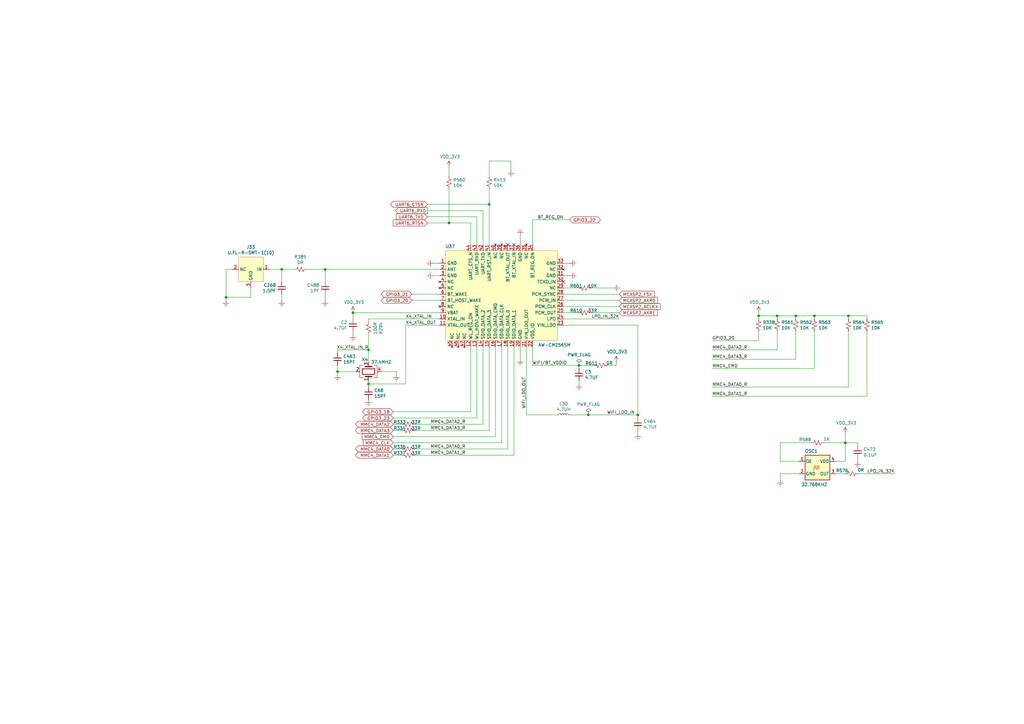
<source format=kicad_sch>
(kicad_sch (version 20210126) (generator eeschema)
  (paper "A3")
  (title_block (title "BeagleBone AI AM57x") (date "2021-01-15") (rev "Kicad-A1") (company "KiCad Services Corporation"))
  (lib_symbols
    (symbol "Device:C_Small" (pin_numbers hide) (pin_names (offset 0.254) hide)
      (property "Reference" "C" (at 0.254 1.778 0))
      (property "Value" "C_Small" (at 0.254 -2.032 0))
      (symbol "C_Small_0_1"
        (polyline (pts (xy -1.524 -0.508) (xy 1.524 -0.508)) (stroke (width 0.3302)))
        (polyline (pts (xy -1.524 0.508) (xy 1.524 0.508)) (stroke (width 0.3048)))
      )
      (symbol "C_Small_1_1"
        (pin passive line (at 0 2.54 270) (length 2.032) (name "~") (number "1"))
        (pin passive line (at 0 -2.54 90) (length 2.032) (name "~") (number "2"))
      )
    )
    (symbol "Device:Crystal_GND24" (pin_names (offset 1.016) hide)
      (property "Reference" "Y" (at 3.175 5.08 0))
      (property "Value" "Crystal_GND24" (at 3.175 3.175 0))
      (symbol "Crystal_GND24_0_1"
        (rectangle (start -1.143 2.54) (end 1.143 -2.54) (stroke (width 0.3048)))
        (polyline (pts (xy -2.54 0) (xy -2.032 0)))
        (polyline (pts (xy -2.032 -1.27) (xy -2.032 1.27)) (stroke (width 0.508)))
        (polyline (pts (xy 0 -3.81) (xy 0 -3.556)))
        (polyline (pts (xy 0 3.556) (xy 0 3.81)))
        (polyline (pts (xy 2.032 -1.27) (xy 2.032 1.27)) (stroke (width 0.508)))
        (polyline (pts (xy 2.032 0) (xy 2.54 0)))
        (polyline (pts (xy -2.54 -2.286) (xy -2.54 -3.556) (xy 2.54 -3.556) (xy 2.54 -2.286)))
        (polyline (pts (xy -2.54 2.286) (xy -2.54 3.556) (xy 2.54 3.556) (xy 2.54 2.286)))
      )
      (symbol "Crystal_GND24_1_1"
        (pin passive line (at -3.81 0 0) (length 1.27) (name "1") (number "1"))
        (pin passive line (at 0 5.08 270) (length 1.27) (name "2") (number "2"))
        (pin passive line (at 3.81 0 180) (length 1.27) (name "3") (number "3"))
        (pin passive line (at 0 -5.08 90) (length 1.27) (name "4") (number "4"))
      )
    )
    (symbol "Device:L_Small" (pin_numbers hide) (pin_names (offset 0.254) hide)
      (property "Reference" "L" (at 0.762 1.016 0))
      (property "Value" "L_Small" (at 0.762 -1.016 0))
      (symbol "L_Small_0_1"
        (arc (start 0 -2.032) (end 0 -1.016) (radius (at 0 -1.524) (length 0.508) (angles -89.9 89.9)))
        (arc (start 0 -1.016) (end 0 0) (radius (at 0 -0.508) (length 0.508) (angles -89.9 89.9)))
        (arc (start 0 0) (end 0 1.016) (radius (at 0 0.508) (length 0.508) (angles -89.9 89.9)))
        (arc (start 0 1.016) (end 0 2.032) (radius (at 0 1.524) (length 0.508) (angles -89.9 89.9)))
      )
      (symbol "L_Small_1_1"
        (pin passive line (at 0 2.54 270) (length 0.508) (name "~") (number "1"))
        (pin passive line (at 0 -2.54 90) (length 0.508) (name "~") (number "2"))
      )
    )
    (symbol "Device:R_Small_US" (pin_numbers hide) (pin_names (offset 0.254) hide)
      (property "Reference" "R" (at 0.762 0.508 0))
      (property "Value" "R_Small_US" (at 0.762 -1.016 0))
      (symbol "R_Small_US_1_1"
        (polyline (pts (xy 0 0) (xy 1.016 -0.381) (xy 0 -0.762) (xy -1.016 -1.143) (xy 0 -1.524)))
        (polyline (pts (xy 0 1.524) (xy 1.016 1.143) (xy 0 0.762) (xy -1.016 0.381) (xy 0 0)))
        (pin passive line (at 0 2.54 270) (length 1.016) (name "~") (number "1"))
        (pin passive line (at 0 -2.54 90) (length 1.016) (name "~") (number "2"))
      )
    )
    (symbol "beaglebone-ai:AW-CM256SM"
      (property "Reference" "U" (at -12.7 19.05 0))
      (property "Value" "AW-CM256SM" (at 30.48 -20.32 0))
      (symbol "AW-CM256SM_0_0"
        (pin power_in line (at -16.51 12.7 0) (length 2.54) (name "GND") (number "1"))
        (pin passive line (at -16.51 10.16 0) (length 2.54) (name "ANT") (number "2"))
        (pin power_in line (at -16.51 7.62 0) (length 2.54) (name "GND") (number "3"))
        (pin no_connect line (at -16.51 5.08 0) (length 2.54) (name "NC") (number "4"))
        (pin no_connect line (at -16.51 2.54 0) (length 2.54) (name "NC") (number "5"))
        (pin bidirectional line (at -16.51 0 0) (length 2.54) (name "BT_WAKE") (number "6"))
        (pin bidirectional line (at -16.51 -2.54 0) (length 2.54) (name "BT_HOST_WAKE") (number "7"))
        (pin no_connect line (at -16.51 -5.08 0) (length 2.54) (name "NC") (number "8"))
        (pin power_in line (at -16.51 -7.62 0) (length 2.54) (name "VBAT") (number "9"))
        (pin passive line (at -16.51 -10.16 0) (length 2.54) (name "XTAL_IN") (number "10"))
        (pin passive line (at -16.51 -12.7 0) (length 2.54) (name "XTAL_OUT") (number "11"))
        (pin bidirectional line (at -3.81 -21.59 90) (length 2.54) (name "WL_REG_ON") (number "12"))
        (pin bidirectional line (at -1.27 -21.59 90) (length 2.54) (name "WL_HOST_WAKE") (number "13"))
        (pin bidirectional line (at 1.27 -21.59 90) (length 2.54) (name "SDIO_DATA_2") (number "14"))
        (pin bidirectional line (at 3.81 -21.59 90) (length 2.54) (name "SDIO_DATA_3") (number "15"))
        (pin input line (at 6.35 -21.59 90) (length 2.54) (name "SDIO_DATA_CMD") (number "16"))
        (pin input line (at 8.89 -21.59 90) (length 2.54) (name "SDIO_DATA_CLK") (number "17"))
        (pin bidirectional line (at 11.43 -21.59 90) (length 2.54) (name "SDIO_DATA_0") (number "18"))
        (pin bidirectional line (at 13.97 -21.59 90) (length 2.54) (name "SDIO_DATA_1") (number "19"))
        (pin power_in line (at 16.51 -21.59 90) (length 2.54) (name "GND") (number "20"))
        (pin power_out line (at 19.05 -21.59 90) (length 2.54) (name "VIN_LDO_OUT") (number "21"))
        (pin power_in line (at 21.59 -21.59 90) (length 2.54) (name "VDD_IO") (number "22"))
        (pin power_in line (at 34.29 -12.7 180) (length 2.54) (name "VIN_LDO") (number "23"))
        (pin input line (at 34.29 -10.16 180) (length 2.54) (name "LPO") (number "24"))
        (pin output line (at 34.29 -7.62 180) (length 2.54) (name "PCM_OUT") (number "25"))
        (pin input line (at 34.29 -5.08 180) (length 2.54) (name "PCM_CLK") (number "26"))
        (pin input line (at 34.29 -2.54 180) (length 2.54) (name "PCM_IN") (number "27"))
        (pin input line (at 34.29 0 180) (length 2.54) (name "PCM_SYNC") (number "28"))
        (pin passive line (at 34.29 2.54 180) (length 2.54) (name "NC") (number "29"))
        (pin input line (at 34.29 5.08 180) (length 2.54) (name "TCXO_IN") (number "30"))
        (pin power_in line (at 34.29 7.62 180) (length 2.54) (name "GND") (number "31"))
        (pin no_connect line (at 34.29 10.16 180) (length 2.54) (name "NC") (number "32"))
        (pin power_in line (at 34.29 12.7 180) (length 2.54) (name "GND") (number "33"))
        (pin input line (at 21.59 20.32 270) (length 2.54) (name "BT_REG_ON") (number "34"))
        (pin no_connect line (at 19.05 20.32 270) (length 2.54) (name "NC") (number "35"))
        (pin power_in line (at 16.51 20.32 270) (length 2.54) (name "GND") (number "36"))
        (pin input line (at 13.97 20.32 270) (length 2.54) (name "BT_XTAL_IN") (number "37"))
        (pin output line (at 11.43 20.32 270) (length 2.54) (name "BT_XTAL_OUT") (number "38"))
        (pin no_connect line (at 8.89 20.32 270) (length 2.54) (name "NC") (number "39"))
        (pin no_connect line (at 6.35 20.32 270) (length 2.54) (name "NC") (number "40"))
        (pin input line (at 3.81 20.32 270) (length 2.54) (name "UART_RST_IN") (number "41"))
        (pin input line (at 1.27 20.32 270) (length 2.54) (name "UART_TXD") (number "42"))
        (pin output line (at -1.27 20.32 270) (length 2.54) (name "UART_RXD") (number "43"))
        (pin input line (at -3.81 20.32 270) (length 2.54) (name "UART_CTS_N") (number "44"))
        (pin no_connect line (at -11.43 -21.59 90) (length 2.54) (name "NC") (number "45"))
        (pin no_connect line (at -8.89 -21.59 90) (length 2.54) (name "NC") (number "46"))
        (pin no_connect line (at -6.35 -21.59 90) (length 2.54) (name "NC") (number "47"))
      )
      (symbol "AW-CM256SM_0_1"
        (rectangle (start -13.97 17.78) (end 31.75 -19.05) (stroke (width 0.0006)) (fill (type background)))
      )
    )
    (symbol "beaglebone-ai:U.FL-R-SMT-1(10)"
      (property "Reference" "U" (at -3.81 6.35 0))
      (property "Value" "U.FL-R-SMT-1(10)" (at 11.43 -7.62 0))
      (symbol "U.FL-R-SMT-1(10)_0_1"
        (rectangle (start -5.08 5.08) (end 5.08 -5.08) (stroke (width 0.0006)) (fill (type background)))
      )
      (symbol "U.FL-R-SMT-1(10)_1_1"
        (pin passive line (at -7.62 0 0) (length 2.54) (name "NC") (number "2"))
        (pin power_in line (at 0 -7.62 90) (length 2.54) (name "GND") (number "3"))
        (pin input line (at 7.62 0 180) (length 2.54) (name "IN") (number "1"))
      )
    )
    (symbol "beaglebone-ai:VDD_3V3" (power) (pin_names (offset 0))
      (property "Value" "VDD_3V3" (at 0 3.556 0))
      (symbol "VDD_3V3_0_1"
        (polyline (pts (xy -0.762 1.27) (xy 0 2.54)))
        (polyline (pts (xy 0 0) (xy 0 2.54)))
        (polyline (pts (xy 0 2.54) (xy 0.762 1.27)))
      )
      (symbol "VDD_3V3_1_1"
        (pin power_in line (at 0 0 90) (length 0) hide (name "VDD_3V3") (number "1"))
      )
    )
    (symbol "beaglebone-ai:X4S25X20" (pin_names (offset 0.254))
      (property "Reference" "OSC" (at -5.08 6.35 0))
      (property "Value" "X4S25X20" (at 1.27 -6.35 0))
      (symbol "X4S25X20_0_1"
        (rectangle (start -5.08 5.08) (end 5.08 -5.08) (stroke (width 0.254)) (fill (type background)))
        (polyline (pts (xy -1.905 -0.635) (xy -1.27 -0.635) (xy -1.27 0.635) (xy -0.635 0.635) (xy -0.635 -0.635) (xy 0 -0.635) (xy 0 0.635) (xy 0.635 0.635) (xy 0.635 -0.635)))
      )
      (symbol "X4S25X20_1_1"
        (pin input line (at -7.62 2.54 0) (length 2.54) (name "OE") (number "1"))
        (pin power_in line (at 7.62 2.54 180) (length 2.54) (name "VDD") (number "4"))
        (pin power_in line (at -7.62 -2.54 0) (length 2.54) (name "GND") (number "2"))
        (pin output line (at 7.62 -2.54 180) (length 2.54) (name "OUT") (number "3"))
      )
    )
    (symbol "power:Earth" (power) (pin_names (offset 0))
      (symbol "Earth_0_1"
        (polyline (pts (xy -0.635 -1.905) (xy 0.635 -1.905)))
        (polyline (pts (xy -0.127 -2.54) (xy 0.127 -2.54)))
        (polyline (pts (xy 0 -1.27) (xy 0 0)))
        (polyline (pts (xy 1.27 -1.27) (xy -1.27 -1.27)))
      )
      (symbol "Earth_1_1"
        (pin power_in line (at 0 0 270) (length 0) hide (name "Earth") (number "1"))
      )
    )
    (symbol "power:PWR_FLAG" (power) (pin_numbers hide) (pin_names (offset 0) hide)
      (property "Value" "PWR_FLAG" (at 0 3.81 0))
      (symbol "PWR_FLAG_0_0"
        (pin power_out line (at 0 0 90) (length 0) (name "pwr") (number "1"))
      )
      (symbol "PWR_FLAG_0_1"
        (polyline (pts (xy 0 0) (xy 0 1.27) (xy -1.016 1.905) (xy 0 2.54) (xy 1.016 1.905) (xy 0 1.27)))
      )
    )
  )
  (junction (at 92.71 121.92) (diameter 0.9144))
  (junction (at 115.57 110.49) (diameter 0.9144))
  (junction (at 133.35 110.49) (diameter 0.9144))
  (junction (at 138.43 152.4) (diameter 0.9144))
  (junction (at 144.78 128.27) (diameter 0.9144))
  (junction (at 151.13 143.51) (diameter 0.9144))
  (junction (at 151.13 157.48) (diameter 0.9144))
  (junction (at 184.15 91.44) (diameter 0.9144))
  (junction (at 200.66 83.82) (diameter 0.9144))
  (junction (at 237.49 149.86) (diameter 0.9144))
  (junction (at 241.3 170.18) (diameter 0.9144))
  (junction (at 261.62 170.18) (diameter 0.9144))
  (junction (at 311.15 129.54) (diameter 0.9144))
  (junction (at 318.77 129.54) (diameter 0.9144))
  (junction (at 326.39 129.54) (diameter 0.9144))
  (junction (at 334.01 129.54) (diameter 0.9144))
  (junction (at 346.71 181.61) (diameter 0.9144))
  (junction (at 347.98 129.54) (diameter 0.9144))
  (no_connect (at 208.28 100.33))
  (no_connect (at 210.82 100.33))
  (no_connect (at 231.14 115.57))
  (wire (pts (xy 92.71 110.49) (xy 92.71 121.92)))
  (wire (pts (xy 92.71 121.92) (xy 92.71 123.19)))
  (wire (pts (xy 92.71 121.92) (xy 102.87 121.92)))
  (wire (pts (xy 95.25 110.49) (xy 92.71 110.49)))
  (wire (pts (xy 102.87 121.92) (xy 102.87 118.11)))
  (wire (pts (xy 110.49 110.49) (xy 115.57 110.49)))
  (wire (pts (xy 115.57 110.49) (xy 115.57 115.57)))
  (wire (pts (xy 115.57 120.65) (xy 115.57 123.19)))
  (wire (pts (xy 120.65 110.49) (xy 115.57 110.49)))
  (wire (pts (xy 133.35 110.49) (xy 125.73 110.49)))
  (wire (pts (xy 133.35 110.49) (xy 133.35 115.57)))
  (wire (pts (xy 133.35 120.65) (xy 133.35 123.19)))
  (wire (pts (xy 138.43 143.51) (xy 138.43 144.78)))
  (wire (pts (xy 138.43 143.51) (xy 151.13 143.51)))
  (wire (pts (xy 138.43 149.86) (xy 138.43 152.4)))
  (wire (pts (xy 138.43 152.4) (xy 138.43 153.67)))
  (wire (pts (xy 138.43 152.4) (xy 146.05 152.4)))
  (wire (pts (xy 144.78 128.27) (xy 144.78 130.81)))
  (wire (pts (xy 144.78 135.89) (xy 144.78 137.16)))
  (wire (pts (xy 151.13 130.81) (xy 151.13 132.08)))
  (wire (pts (xy 151.13 137.16) (xy 151.13 143.51)))
  (wire (pts (xy 151.13 143.51) (xy 151.13 148.59)))
  (wire (pts (xy 151.13 156.21) (xy 151.13 157.48)))
  (wire (pts (xy 151.13 157.48) (xy 151.13 158.75)))
  (wire (pts (xy 151.13 157.48) (xy 166.37 157.48)))
  (wire (pts (xy 156.21 152.4) (xy 162.56 152.4)))
  (wire (pts (xy 161.29 168.91) (xy 193.04 168.91)))
  (wire (pts (xy 161.29 171.45) (xy 195.58 171.45)))
  (wire (pts (xy 161.29 173.99) (xy 165.1 173.99)))
  (wire (pts (xy 161.29 176.53) (xy 165.1 176.53)))
  (wire (pts (xy 161.29 179.07) (xy 203.2 179.07)))
  (wire (pts (xy 161.29 181.61) (xy 205.74 181.61)))
  (wire (pts (xy 161.29 184.15) (xy 165.1 184.15)))
  (wire (pts (xy 161.29 186.69) (xy 165.1 186.69)))
  (wire (pts (xy 162.56 152.4) (xy 162.56 153.67)))
  (wire (pts (xy 166.37 133.35) (xy 180.34 133.35)))
  (wire (pts (xy 166.37 157.48) (xy 166.37 133.35)))
  (wire (pts (xy 168.91 120.65) (xy 180.34 120.65)))
  (wire (pts (xy 168.91 123.19) (xy 180.34 123.19)))
  (wire (pts (xy 170.18 173.99) (xy 198.12 173.99)))
  (wire (pts (xy 170.18 176.53) (xy 200.66 176.53)))
  (wire (pts (xy 170.18 184.15) (xy 208.28 184.15)))
  (wire (pts (xy 170.18 186.69) (xy 210.82 186.69)))
  (wire (pts (xy 175.26 83.82) (xy 200.66 83.82)))
  (wire (pts (xy 175.26 86.36) (xy 198.12 86.36)))
  (wire (pts (xy 175.26 88.9) (xy 195.58 88.9)))
  (wire (pts (xy 175.26 91.44) (xy 184.15 91.44)))
  (wire (pts (xy 177.8 107.95) (xy 180.34 107.95)))
  (wire (pts (xy 177.8 113.03) (xy 180.34 113.03)))
  (wire (pts (xy 180.34 110.49) (xy 133.35 110.49)))
  (wire (pts (xy 180.34 128.27) (xy 144.78 128.27)))
  (wire (pts (xy 180.34 130.81) (xy 151.13 130.81)))
  (wire (pts (xy 184.15 68.58) (xy 184.15 72.39)))
  (wire (pts (xy 184.15 77.47) (xy 184.15 91.44)))
  (wire (pts (xy 184.15 91.44) (xy 193.04 91.44)))
  (wire (pts (xy 193.04 100.33) (xy 193.04 91.44)))
  (wire (pts (xy 193.04 142.24) (xy 193.04 168.91)))
  (wire (pts (xy 195.58 100.33) (xy 195.58 88.9)))
  (wire (pts (xy 195.58 142.24) (xy 195.58 171.45)))
  (wire (pts (xy 198.12 100.33) (xy 198.12 86.36)))
  (wire (pts (xy 198.12 142.24) (xy 198.12 173.99)))
  (wire (pts (xy 200.66 66.04) (xy 209.55 66.04)))
  (wire (pts (xy 200.66 72.39) (xy 200.66 66.04)))
  (wire (pts (xy 200.66 83.82) (xy 200.66 77.47)))
  (wire (pts (xy 200.66 100.33) (xy 200.66 83.82)))
  (wire (pts (xy 200.66 142.24) (xy 200.66 176.53)))
  (wire (pts (xy 203.2 142.24) (xy 203.2 179.07)))
  (wire (pts (xy 205.74 142.24) (xy 205.74 181.61)))
  (wire (pts (xy 208.28 142.24) (xy 208.28 184.15)))
  (wire (pts (xy 209.55 66.04) (xy 209.55 69.85)))
  (wire (pts (xy 210.82 142.24) (xy 210.82 186.69)))
  (wire (pts (xy 213.36 96.52) (xy 213.36 100.33)))
  (wire (pts (xy 213.36 142.24) (xy 213.36 147.32)))
  (wire (pts (xy 215.9 142.24) (xy 215.9 170.18)))
  (wire (pts (xy 215.9 170.18) (xy 228.6 170.18)))
  (wire (pts (xy 218.44 90.17) (xy 233.68 90.17)))
  (wire (pts (xy 218.44 100.33) (xy 218.44 90.17)))
  (wire (pts (xy 218.44 142.24) (xy 218.44 149.86)))
  (wire (pts (xy 218.44 149.86) (xy 237.49 149.86)))
  (wire (pts (xy 231.14 107.95) (xy 233.68 107.95)))
  (wire (pts (xy 231.14 113.03) (xy 233.68 113.03)))
  (wire (pts (xy 231.14 118.11) (xy 237.49 118.11)))
  (wire (pts (xy 231.14 120.65) (xy 254 120.65)))
  (wire (pts (xy 231.14 123.19) (xy 254 123.19)))
  (wire (pts (xy 231.14 125.73) (xy 254 125.73)))
  (wire (pts (xy 231.14 128.27) (xy 237.49 128.27)))
  (wire (pts (xy 231.14 130.81) (xy 254 130.81)))
  (wire (pts (xy 231.14 133.35) (xy 261.62 133.35)))
  (wire (pts (xy 233.68 170.18) (xy 241.3 170.18)))
  (wire (pts (xy 237.49 149.86) (xy 237.49 151.13)))
  (wire (pts (xy 237.49 149.86) (xy 243.84 149.86)))
  (wire (pts (xy 237.49 156.21) (xy 237.49 157.48)))
  (wire (pts (xy 241.3 170.18) (xy 261.62 170.18)))
  (wire (pts (xy 242.57 118.11) (xy 251.46 118.11)))
  (wire (pts (xy 242.57 128.27) (xy 254 128.27)))
  (wire (pts (xy 248.92 149.86) (xy 252.73 149.86)))
  (wire (pts (xy 252.73 149.86) (xy 252.73 148.59)))
  (wire (pts (xy 261.62 170.18) (xy 261.62 133.35)))
  (wire (pts (xy 261.62 170.18) (xy 261.62 171.45)))
  (wire (pts (xy 261.62 176.53) (xy 261.62 177.8)))
  (wire (pts (xy 292.1 139.7) (xy 311.15 139.7)))
  (wire (pts (xy 292.1 143.51) (xy 318.77 143.51)))
  (wire (pts (xy 292.1 147.32) (xy 326.39 147.32)))
  (wire (pts (xy 292.1 151.13) (xy 334.01 151.13)))
  (wire (pts (xy 292.1 158.75) (xy 347.98 158.75)))
  (wire (pts (xy 292.1 162.56) (xy 355.6 162.56)))
  (wire (pts (xy 311.15 128.27) (xy 311.15 129.54)))
  (wire (pts (xy 311.15 129.54) (xy 311.15 130.81)))
  (wire (pts (xy 311.15 129.54) (xy 318.77 129.54)))
  (wire (pts (xy 311.15 135.89) (xy 311.15 139.7)))
  (wire (pts (xy 318.77 129.54) (xy 318.77 130.81)))
  (wire (pts (xy 318.77 129.54) (xy 326.39 129.54)))
  (wire (pts (xy 318.77 135.89) (xy 318.77 143.51)))
  (wire (pts (xy 320.04 181.61) (xy 320.04 189.23)))
  (wire (pts (xy 320.04 189.23) (xy 327.66 189.23)))
  (wire (pts (xy 320.04 194.31) (xy 320.04 196.85)))
  (wire (pts (xy 326.39 129.54) (xy 326.39 130.81)))
  (wire (pts (xy 326.39 129.54) (xy 334.01 129.54)))
  (wire (pts (xy 326.39 135.89) (xy 326.39 147.32)))
  (wire (pts (xy 327.66 194.31) (xy 320.04 194.31)))
  (wire (pts (xy 332.74 181.61) (xy 320.04 181.61)))
  (wire (pts (xy 334.01 129.54) (xy 334.01 130.81)))
  (wire (pts (xy 334.01 129.54) (xy 347.98 129.54)))
  (wire (pts (xy 334.01 135.89) (xy 334.01 151.13)))
  (wire (pts (xy 342.9 189.23) (xy 346.71 189.23)))
  (wire (pts (xy 342.9 194.31) (xy 346.71 194.31)))
  (wire (pts (xy 346.71 177.8) (xy 346.71 181.61)))
  (wire (pts (xy 346.71 181.61) (xy 337.82 181.61)))
  (wire (pts (xy 346.71 181.61) (xy 346.71 189.23)))
  (wire (pts (xy 346.71 181.61) (xy 351.79 181.61)))
  (wire (pts (xy 347.98 129.54) (xy 347.98 130.81)))
  (wire (pts (xy 347.98 129.54) (xy 355.6 129.54)))
  (wire (pts (xy 347.98 135.89) (xy 347.98 158.75)))
  (wire (pts (xy 351.79 181.61) (xy 351.79 182.88)))
  (wire (pts (xy 351.79 187.96) (xy 351.79 189.23)))
  (wire (pts (xy 351.79 194.31) (xy 367.03 194.31)))
  (wire (pts (xy 355.6 129.54) (xy 355.6 130.81)))
  (wire (pts (xy 355.6 135.89) (xy 355.6 162.56)))
  (label "X4_XTAL_IN_R" (at 151.13 143.51 180))
  (label "X4_XTAL_IN" (at 166.37 130.81 0))
  (label "X4_XTAL_OUT" (at 166.37 133.35 0))
  (label "MMC4_DATA2_R" (at 176.53 173.99 0))
  (label "MMC4_DATA3_R" (at 176.53 176.53 0))
  (label "MMC4_DATA0_R" (at 176.53 184.15 0))
  (label "MMC4_DATA1_R" (at 176.53 186.69 0))
  (label "WIFI_LDO_OUT" (at 215.9 167.64 90))
  (label "WIFI{slash}BT_VDDIO" (at 218.44 149.86 0))
  (label "BT_REG_ON" (at 231.14 90.17 180))
  (label "WIFI_LDO_IN" (at 248.92 170.18 0))
  (label "LPO_IN_32K" (at 254 130.81 180))
  (label "GPIO3_20" (at 292.1 139.7 0))
  (label "MMC4_DATA2_R" (at 292.1 143.51 0))
  (label "MMC4_DATA3_R" (at 292.1 147.32 0))
  (label "MMC4_CMD" (at 292.1 151.13 0))
  (label "MMC4_DATA0_R" (at 292.1 158.75 0))
  (label "MMC4_DATA1_R" (at 292.1 162.56 0))
  (label "LPO_IN_32K" (at 367.03 194.31 180))
  (global_label "GPIO3_18" (shape bidirectional) (at 161.29 168.91 180) (property "Intersheet References" "${INTERSHEET_REFS}" (at 148.2815 168.8306 0) (effects (justify right))))
  (global_label "GPIO3_23" (shape bidirectional) (at 161.29 171.45 180) (property "Intersheet References" "${INTERSHEET_REFS}" (at 148.2815 171.3706 0) (effects (justify right))))
  (global_label "MMC4_DATA2" (shape bidirectional) (at 161.29 173.99 180) (property "Intersheet References" "${INTERSHEET_REFS}" (at 145.3786 173.9106 0) (effects (justify right))))
  (global_label "MMC4_DATA3" (shape bidirectional) (at 161.29 176.53 180) (property "Intersheet References" "${INTERSHEET_REFS}" (at 145.3786 176.4506 0) (effects (justify right))))
  (global_label "MMC4_CMD" (shape input) (at 161.29 179.07 180) (property "Intersheet References" "${INTERSHEET_REFS}" (at 147.0115 178.9906 0) (effects (justify right))))
  (global_label "MMC4_CLK" (shape input) (at 161.29 181.61 180) (property "Intersheet References" "${INTERSHEET_REFS}" (at 147.4348 181.5306 0) (effects (justify right))))
  (global_label "MMC4_DATA0" (shape bidirectional) (at 161.29 184.15 180) (property "Intersheet References" "${INTERSHEET_REFS}" (at 145.3786 184.0706 0) (effects (justify right))))
  (global_label "MMC4_DATA1" (shape bidirectional) (at 161.29 186.69 180) (property "Intersheet References" "${INTERSHEET_REFS}" (at 145.3786 186.6106 0) (effects (justify right))))
  (global_label "GPIO3_21" (shape bidirectional) (at 168.91 120.65 180) (property "Intersheet References" "${INTERSHEET_REFS}" (at 155.9015 120.5706 0) (effects (justify right))))
  (global_label "GPIO3_20" (shape bidirectional) (at 168.91 123.19 180) (property "Intersheet References" "${INTERSHEET_REFS}" (at 155.9015 123.1106 0) (effects (justify right))))
  (global_label "UART6_CTSN" (shape bidirectional) (at 175.26 83.82 180) (property "Intersheet References" "${INTERSHEET_REFS}" (at 159.7115 83.7406 0) (effects (justify right))))
  (global_label "UART6_RXD" (shape output) (at 175.26 86.36 180) (property "Intersheet References" "${INTERSHEET_REFS}" (at 160.7396 86.2806 0) (effects (justify right))))
  (global_label "UART6_TXD" (shape input) (at 175.26 88.9 180) (property "Intersheet References" "${INTERSHEET_REFS}" (at 161.0419 88.8206 0) (effects (justify right))))
  (global_label "UART6_RTSN" (shape input) (at 175.26 91.44 180) (property "Intersheet References" "${INTERSHEET_REFS}" (at 159.7115 91.3606 0) (effects (justify right))))
  (global_label "GPIO3_22" (shape bidirectional) (at 233.68 90.17 0) (property "Intersheet References" "${INTERSHEET_REFS}" (at 246.6885 90.0906 0) (effects (justify left))))
  (global_label "MCASP2_FSX" (shape input) (at 254 120.65 0) (property "Intersheet References" "${INTERSHEET_REFS}" (at 269.9114 120.5706 0) (effects (justify left))))
  (global_label "MCASP2_AXR0" (shape input) (at 254 123.19 0) (property "Intersheet References" "${INTERSHEET_REFS}" (at 271.1814 123.1106 0) (effects (justify left))))
  (global_label "MCASP2_ACLKX" (shape input) (at 254 125.73 0) (property "Intersheet References" "${INTERSHEET_REFS}" (at 272.27 125.6506 0) (effects (justify left))))
  (global_label "MCASP2_AXR1" (shape input) (at 254 128.27 0) (property "Intersheet References" "${INTERSHEET_REFS}" (at 271.1814 128.1906 0) (effects (justify left))))
  (symbol (lib_id "Device:L_Small") (at 231.14 170.18 90) (unit 1)
    (property "Reference" "L30" (at 231.14 165.589 90))
    (property "Value" "4.7UH" (at 231.14 167.887 90))
    (property "Footprint" "beaglebone-ai:L25X20" (effects hide))
    (property "Description" "Power Inductor,Magnetic shielded,4.7uH,1.05A,0.338ohm,2.5x2.0x1.2mm,SMD" (effects hide))
    (property "Manufacturer" "VLS252012ET-4R7M" (effects hide))
    (property "Manufacturer P/N" "Power Inductor,Magnetic shielded,4.7uH,1.05A,0.338ohm,2.5x2.0x1.2mm,SMD" (effects hide))
    (property "MANUFACTURER" "TDK" (effects hide))
  )
  (symbol (lib_id "power:PWR_FLAG") (at 237.49 149.86 0) (unit 1)
    (property "Reference" "#FLG0106" (effects hide))
    (property "Value" "PWR_FLAG" (at 237.49 145.5356 0))
  )
  (symbol (lib_id "power:PWR_FLAG") (at 241.3 170.18 0) (unit 1)
    (property "Reference" "#FLG0105" (effects hide))
    (property "Value" "PWR_FLAG" (at 241.3 165.8556 0))
  )
  (symbol (lib_id "beaglebone-ai:VDD_3V3") (at 144.78 128.27 0) (unit 1)
    (property "Reference" "#PWR0411" (effects hide))
    (property "Value" "VDD_3V3" (at 145.1483 123.9456 0))
  )
  (symbol (lib_id "beaglebone-ai:VDD_3V3") (at 184.15 68.58 0) (unit 1)
    (property "Reference" "#PWR0408" (effects hide))
    (property "Value" "VDD_3V3" (at 184.5183 64.2556 0))
  )
  (symbol (lib_id "beaglebone-ai:VDD_3V3") (at 252.73 148.59 0) (unit 1)
    (property "Reference" "#PWR0422" (effects hide))
    (property "Value" "VDD_3V3" (at 253.0983 144.2656 0))
  )
  (symbol (lib_id "beaglebone-ai:VDD_3V3") (at 311.15 128.27 0) (unit 1)
    (property "Reference" "#PWR0548" (effects hide))
    (property "Value" "VDD_3V3" (at 311.5183 123.9456 0))
  )
  (symbol (lib_id "beaglebone-ai:VDD_3V3") (at 346.71 177.8 0) (unit 1)
    (property "Reference" "#PWR0282" (effects hide))
    (property "Value" "VDD_3V3" (at 347.0783 173.4756 0))
  )
  (symbol (lib_id "power:Earth") (at 92.71 123.19 0) (unit 1)
    (property "Reference" "#PWR0413" (effects hide))
    (property "Value" "Earth" (effects hide))
  )
  (symbol (lib_id "power:Earth") (at 115.57 123.19 0) (unit 1)
    (property "Reference" "#PWR0412" (effects hide))
    (property "Value" "Earth" (effects hide))
  )
  (symbol (lib_id "power:Earth") (at 133.35 123.19 0) (unit 1)
    (property "Reference" "#PWR0410" (effects hide))
    (property "Value" "Earth" (effects hide))
  )
  (symbol (lib_id "power:Earth") (at 138.43 153.67 0) (unit 1)
    (property "Reference" "#PWR0417" (effects hide))
    (property "Value" "Earth" (effects hide))
  )
  (symbol (lib_id "power:Earth") (at 144.78 137.16 0) (unit 1)
    (property "Reference" "#PWR0414" (effects hide))
    (property "Value" "Earth" (effects hide))
  )
  (symbol (lib_id "power:Earth") (at 151.13 163.83 0) (unit 1)
    (property "Reference" "#PWR0415" (effects hide))
    (property "Value" "Earth" (effects hide))
  )
  (symbol (lib_id "power:Earth") (at 162.56 153.67 0) (unit 1)
    (property "Reference" "#PWR0416" (effects hide))
    (property "Value" "Earth" (effects hide))
  )
  (symbol (lib_id "power:Earth") (at 177.8 107.95 270) (unit 1)
    (property "Reference" "#PWR0405" (effects hide))
    (property "Value" "Earth" (effects hide))
  )
  (symbol (lib_id "power:Earth") (at 177.8 113.03 270) (unit 1)
    (property "Reference" "#PWR0406" (effects hide))
    (property "Value" "Earth" (effects hide))
  )
  (symbol (lib_id "power:Earth") (at 209.55 69.85 0) (unit 1)
    (property "Reference" "#PWR0407" (effects hide))
    (property "Value" "Earth" (effects hide))
  )
  (symbol (lib_id "power:Earth") (at 213.36 96.52 180) (unit 1)
    (property "Reference" "#PWR0409" (effects hide))
    (property "Value" "Earth" (effects hide))
  )
  (symbol (lib_id "power:Earth") (at 213.36 147.32 0) (unit 1)
    (property "Reference" "#PWR0419" (effects hide))
    (property "Value" "Earth" (effects hide))
  )
  (symbol (lib_id "power:Earth") (at 233.68 107.95 90) (unit 1)
    (property "Reference" "#PWR0420" (effects hide))
    (property "Value" "Earth" (effects hide))
  )
  (symbol (lib_id "power:Earth") (at 233.68 113.03 90) (unit 1)
    (property "Reference" "#PWR0421" (effects hide))
    (property "Value" "Earth" (effects hide))
  )
  (symbol (lib_id "power:Earth") (at 237.49 157.48 0) (unit 1)
    (property "Reference" "#PWR0418" (effects hide))
    (property "Value" "Earth" (effects hide))
  )
  (symbol (lib_id "power:Earth") (at 251.46 118.11 90) (unit 1)
    (property "Reference" "#PWR0423" (effects hide))
    (property "Value" "Earth" (effects hide))
  )
  (symbol (lib_id "power:Earth") (at 261.62 177.8 0) (unit 1)
    (property "Reference" "#PWR0424" (effects hide))
    (property "Value" "Earth" (effects hide))
  )
  (symbol (lib_id "power:Earth") (at 320.04 196.85 0) (unit 1)
    (property "Reference" "#PWR0551" (effects hide))
    (property "Value" "Earth" (effects hide))
  )
  (symbol (lib_id "power:Earth") (at 351.79 189.23 0) (unit 1)
    (property "Reference" "#PWR0552" (effects hide))
    (property "Value" "Earth" (effects hide))
  )
  (symbol (lib_id "Device:R_Small_US") (at 123.19 110.49 90) (unit 1)
    (property "Reference" "R385" (at 123.19 105.391 90))
    (property "Value" "0R" (at 123.19 107.69 90))
    (property "Footprint" "beaglebone-ai:R0402" (effects hide))
    (property "Description" "RES,0R,+/-5%,1/16W,SMD0402" (effects hide))
    (property "Manufacturer" "YAGEO" (effects hide))
    (property "Manufacturer P/N" "RC0402JR-070RL" (effects hide))
    (property "Rating" "5%" (effects hide))
  )
  (symbol (lib_id "Device:R_Small_US") (at 151.13 134.62 0) (mirror x) (unit 1)
    (property "Reference" "R294" (at 156.229 134.62 90))
    (property "Value" "100R" (at 153.931 134.62 90))
    (property "Footprint" "beaglebone-ai:R0402" (effects hide))
    (property "Description" "RES,100R,+/-1%,1/16W,SMD0402,ALT_CODE:15052701" (effects hide))
    (property "Manufacturer" "YAGEO" (effects hide))
    (property "Manufacturer P/N" "RC0402FR-07100RL" (effects hide))
    (property "Rating" "1%" (effects hide))
  )
  (symbol (lib_id "Device:R_Small_US") (at 167.64 173.99 90) (mirror x) (unit 1)
    (property "Reference" "R333" (at 166.491 173.101 90) (effects (justify left)))
    (property "Value" "33R" (at 172.599 173.101 90) (effects (justify left)))
    (property "Footprint" "beaglebone-ai:R0402" (effects hide))
    (property "Description" "RES,33R,+/-5%,1/16W,SMD0402" (effects hide))
    (property "Manufacturer" "YAGEO" (effects hide))
    (property "Manufacturer P/N" "RC0402JR-0733RL" (effects hide))
    (property "Rating" "5%" (effects hide))
  )
  (symbol (lib_id "Device:R_Small_US") (at 167.64 176.53 90) (mirror x) (unit 1)
    (property "Reference" "R334" (at 166.491 175.641 90) (effects (justify left)))
    (property "Value" "33R" (at 172.599 175.641 90) (effects (justify left)))
    (property "Footprint" "beaglebone-ai:R0402" (effects hide))
    (property "Description" "RES,33R,+/-5%,1/16W,SMD0402" (effects hide))
    (property "Manufacturer" "YAGEO" (effects hide))
    (property "Manufacturer P/N" "RC0402JR-0733RL" (effects hide))
    (property "Rating" "5%" (effects hide))
  )
  (symbol (lib_id "Device:R_Small_US") (at 167.64 184.15 90) (mirror x) (unit 1)
    (property "Reference" "R336" (at 166.491 183.261 90) (effects (justify left)))
    (property "Value" "33R" (at 172.599 183.261 90) (effects (justify left)))
    (property "Footprint" "beaglebone-ai:R0402" (effects hide))
    (property "Description" "RES,33R,+/-5%,1/16W,SMD0402" (effects hide))
    (property "Manufacturer" "YAGEO" (effects hide))
    (property "Manufacturer P/N" "RC0402JR-0733RL" (effects hide))
    (property "Rating" "5%" (effects hide))
  )
  (symbol (lib_id "Device:R_Small_US") (at 167.64 186.69 90) (mirror x) (unit 1)
    (property "Reference" "R337" (at 166.491 185.801 90) (effects (justify left)))
    (property "Value" "33R" (at 172.599 185.801 90) (effects (justify left)))
    (property "Footprint" "beaglebone-ai:R0402" (effects hide))
    (property "Description" "RES,33R,+/-5%,1/16W,SMD0402" (effects hide))
    (property "Manufacturer" "YAGEO" (effects hide))
    (property "Manufacturer P/N" "RC0402JR-0733RL" (effects hide))
    (property "Rating" "5%" (effects hide))
  )
  (symbol (lib_id "Device:R_Small_US") (at 184.15 74.93 0) (unit 1)
    (property "Reference" "R560" (at 185.801 73.781 0) (effects (justify left)))
    (property "Value" "10K" (at 185.801 76.079 0) (effects (justify left)))
    (property "Footprint" "beaglebone-ai:R0402" (effects hide))
    (property "Description" "RES,10K,+/-1%,1/16W,SMD0402" (effects hide))
    (property "Manufacturer" "YAGEO" (effects hide))
    (property "Manufacturer P/N" "RC0402FR-0710KL" (effects hide))
    (property "Rating" "1%" (effects hide))
  )
  (symbol (lib_id "Device:R_Small_US") (at 200.66 74.93 0) (unit 1)
    (property "Reference" "R413" (at 202.311 73.781 0) (effects (justify left)))
    (property "Value" "10K" (at 202.311 76.079 0) (effects (justify left)))
    (property "Footprint" "beaglebone-ai:R0402" (effects hide))
    (property "Description" "RES,10K,+/-1%,1/16W,SMD0402" (effects hide))
    (property "Manufacturer" "YAGEO" (effects hide))
    (property "Manufacturer P/N" "RC0402FR-0710KL" (effects hide))
    (property "Rating" "1%" (effects hide))
  )
  (symbol (lib_id "Device:R_Small_US") (at 240.03 118.11 90) (mirror x) (unit 1)
    (property "Reference" "R661" (at 238.881 117.221 90) (effects (justify left)))
    (property "Value" "10K" (at 244.989 117.221 90) (effects (justify left)))
    (property "Footprint" "beaglebone-ai:R0402" (effects hide))
    (property "Description" "RES,10K,+/-5%,1/16W,SMD0402" (effects hide))
    (property "Manufacturer" "YAGEO" (effects hide))
    (property "Manufacturer P/N" "RC0402JR-0710KL" (effects hide))
    (property "Rating" "5%" (effects hide))
  )
  (symbol (lib_id "Device:R_Small_US") (at 240.03 128.27 90) (mirror x) (unit 1)
    (property "Reference" "R610" (at 238.881 127.381 90) (effects (justify left)))
    (property "Value" "33R" (at 244.989 127.381 90) (effects (justify left)))
    (property "Footprint" "beaglebone-ai:R0402" (effects hide))
    (property "Description" "RES,33R,+/-5%,1/16W,SMD0402" (effects hide))
    (property "Manufacturer" "YAGEO" (effects hide))
    (property "Manufacturer P/N" "RC0402JR-0733RL" (effects hide))
    (property "Rating" "5%" (effects hide))
  )
  (symbol (lib_id "Device:R_Small_US") (at 246.38 149.86 90) (mirror x) (unit 1)
    (property "Reference" "R611" (at 245.231 148.971 90) (effects (justify left)))
    (property "Value" "0R" (at 251.339 148.971 90) (effects (justify left)))
    (property "Footprint" "beaglebone-ai:R0402" (effects hide))
    (property "Description" "RES,0R,+/-5%,1/16W,SMD0402" (effects hide))
    (property "Manufacturer" "YAGEO" (effects hide))
    (property "Manufacturer P/N" "RC0402JR-070RL" (effects hide))
    (property "Rating" "5%" (effects hide))
  )
  (symbol (lib_id "Device:R_Small_US") (at 311.15 133.35 0) (unit 1)
    (property "Reference" "R338" (at 312.801 132.201 0) (effects (justify left)))
    (property "Value" "10K" (at 312.801 134.499 0) (effects (justify left)))
    (property "Footprint" "beaglebone-ai:R0402" (effects hide))
    (property "Description" "RES,10K,+/-1%,1/16W,SMD0402" (effects hide))
    (property "Manufacturer" "YAGEO" (effects hide))
    (property "Manufacturer P/N" "RC0402FR-0710KL" (effects hide))
    (property "Rating" "1%" (effects hide))
  )
  (symbol (lib_id "Device:R_Small_US") (at 318.77 133.35 0) (unit 1)
    (property "Reference" "R561" (at 320.421 132.201 0) (effects (justify left)))
    (property "Value" "10K" (at 320.421 134.499 0) (effects (justify left)))
    (property "Footprint" "beaglebone-ai:R0402" (effects hide))
    (property "Description" "RES,10K,+/-1%,1/16W,SMD0402" (effects hide))
    (property "Manufacturer" "YAGEO" (effects hide))
    (property "Manufacturer P/N" "RC0402FR-0710KL" (effects hide))
    (property "Rating" "1%" (effects hide))
  )
  (symbol (lib_id "Device:R_Small_US") (at 326.39 133.35 0) (unit 1)
    (property "Reference" "R562" (at 328.041 132.201 0) (effects (justify left)))
    (property "Value" "10K" (at 328.041 134.499 0) (effects (justify left)))
    (property "Footprint" "beaglebone-ai:R0402" (effects hide))
    (property "Description" "RES,10K,+/-1%,1/16W,SMD0402" (effects hide))
    (property "Manufacturer" "YAGEO" (effects hide))
    (property "Manufacturer P/N" "RC0402FR-0710KL" (effects hide))
    (property "Rating" "1%" (effects hide))
  )
  (symbol (lib_id "Device:R_Small_US") (at 334.01 133.35 0) (unit 1)
    (property "Reference" "R563" (at 335.661 132.201 0) (effects (justify left)))
    (property "Value" "10K" (at 335.661 134.499 0) (effects (justify left)))
    (property "Footprint" "beaglebone-ai:R0402" (effects hide))
    (property "Description" "RES,10K,+/-1%,1/16W,SMD0402" (effects hide))
    (property "Manufacturer" "YAGEO" (effects hide))
    (property "Manufacturer P/N" "RC0402FR-0710KL" (effects hide))
    (property "Rating" "1%" (effects hide))
  )
  (symbol (lib_id "Device:R_Small_US") (at 335.28 181.61 90) (unit 1)
    (property "Reference" "R588" (at 330.2 180.321 90))
    (property "Value" "1K" (at 339.09 180.08 90))
    (property "Footprint" "beaglebone-ai:R0402" (effects hide))
    (property "Description" "RES,1K,+/-5%,1/16W,SMD0402" (effects hide))
    (property "Manufacturer" "YAGEO" (effects hide))
    (property "Manufacturer P/N" "RC0402JR-071KL" (effects hide))
    (property "Rating" "5%" (effects hide))
  )
  (symbol (lib_id "Device:R_Small_US") (at 347.98 133.35 0) (unit 1)
    (property "Reference" "R564" (at 349.631 132.201 0) (effects (justify left)))
    (property "Value" "10K" (at 349.631 134.499 0) (effects (justify left)))
    (property "Footprint" "beaglebone-ai:R0402" (effects hide))
    (property "Description" "RES,10K,+/-1%,1/16W,SMD0402" (effects hide))
    (property "Manufacturer" "YAGEO" (effects hide))
    (property "Manufacturer P/N" "RC0402FR-0710KL" (effects hide))
    (property "Rating" "1%" (effects hide))
  )
  (symbol (lib_id "Device:R_Small_US") (at 349.25 194.31 90) (unit 1)
    (property "Reference" "R576" (at 345.44 193.021 90))
    (property "Value" "0R" (at 353.06 192.78 90))
    (property "Footprint" "beaglebone-ai:R0402" (effects hide))
    (property "Description" "RES,0R,+/-5%,1/16W,SMD0402" (effects hide))
    (property "Manufacturer" "YAGEO" (effects hide))
    (property "Manufacturer P/N" "RC0402JR-070RL" (effects hide))
    (property "Rating" "5%" (effects hide))
  )
  (symbol (lib_id "Device:R_Small_US") (at 355.6 133.35 0) (unit 1)
    (property "Reference" "R565" (at 357.251 132.201 0) (effects (justify left)))
    (property "Value" "10K" (at 357.251 134.499 0) (effects (justify left)))
    (property "Footprint" "beaglebone-ai:R0402" (effects hide))
    (property "Description" "RES,10K,+/-1%,1/16W,SMD0402" (effects hide))
    (property "Manufacturer" "YAGEO" (effects hide))
    (property "Manufacturer P/N" "RC0402FR-0710KL" (effects hide))
    (property "Rating" "1%" (effects hide))
  )
  (symbol (lib_id "Device:C_Small") (at 115.57 118.11 0) (mirror y) (unit 1)
    (property "Reference" "C268" (at 113.246 116.961 0) (effects (justify left)))
    (property "Value" "1.5PF" (at 113.246 119.259 0) (effects (justify left)))
    (property "Footprint" "beaglebone-ai:C0402" (effects hide))
    (property "Description" "Cap  Ceramic 1.5pF, +-0.25pF, 50V, C0G, 0402" (effects hide))
    (property "Manufacturer" "Murata" (effects hide))
    (property "Manufacturer P/N" "GRM1555C1H1R5CA01D" (effects hide))
    (property "Rating" "50V,C0G" (effects hide))
  )
  (symbol (lib_id "Device:C_Small") (at 133.35 118.11 0) (mirror y) (unit 1)
    (property "Reference" "C488" (at 131.026 116.961 0) (effects (justify left)))
    (property "Value" "1PF" (at 131.026 119.259 0) (effects (justify left)))
    (property "Footprint" "beaglebone-ai:C0402" (effects hide))
    (property "Description" "CAP,1.0PF,+/-0.1PF,50V,SMD0402,LowESR,High-Q type" (effects hide))
    (property "Manufacturer" "Murata" (effects hide))
    (property "Manufacturer P/N" "GJM1555C1H1R0BB01D" (effects hide))
    (property "Rating" "50V,NP0" (effects hide))
  )
  (symbol (lib_id "Device:C_Small") (at 138.43 147.32 0) (unit 1)
    (property "Reference" "C463" (at 140.754 146.171 0) (effects (justify left)))
    (property "Value" "15PF" (at 140.754 148.469 0) (effects (justify left)))
    (property "Footprint" "beaglebone-ai:C0402" (effects hide))
    (property "Description" "CAP,15pF,+/-2%,C0G,50V,SMD0402" (effects hide))
    (property "Manufacturer" "Murata" (effects hide))
    (property "Manufacturer P/N" "GRM1555C1H150GA01D" (effects hide))
    (property "Rating" "50V,C0G" (effects hide))
  )
  (symbol (lib_id "Device:C_Small") (at 144.78 133.35 0) (mirror y) (unit 1)
    (property "Reference" "C2" (at 142.456 132.201 0) (effects (justify left)))
    (property "Value" "4.7UF" (at 142.456 134.499 0) (effects (justify left)))
    (property "Footprint" "beaglebone-ai:C0603" (effects hide))
    (property "Description" "CAP,4.7UF,+/-10%,X5R,10V,SMD0603" (effects hide))
    (property "Manufacturer" "Murata" (effects hide))
    (property "Manufacturer P/N" "GRM188R61A475KE15D" (effects hide))
    (property "Rating" "10V,X5R" (effects hide))
  )
  (symbol (lib_id "Device:C_Small") (at 151.13 161.29 0) (unit 1)
    (property "Reference" "C68" (at 153.454 160.141 0) (effects (justify left)))
    (property "Value" "15PF" (at 153.454 162.439 0) (effects (justify left)))
    (property "Footprint" "beaglebone-ai:C0402" (effects hide))
    (property "Description" "CAP,15pF,+/-2%,C0G,50V,SMD0402" (effects hide))
    (property "Manufacturer" "Murata" (effects hide))
    (property "Manufacturer P/N" "GRM1555C1H150GA01D" (effects hide))
    (property "Rating" "50V,C0G" (effects hide))
  )
  (symbol (lib_id "Device:C_Small") (at 237.49 153.67 0) (unit 1)
    (property "Reference" "C3" (at 239.814 152.521 0) (effects (justify left)))
    (property "Value" "4.7UF" (at 239.814 154.819 0) (effects (justify left)))
    (property "Footprint" "beaglebone-ai:C0603" (effects hide))
    (property "Description" "CAP,4.7UF,+/-10%,X5R,10V,SMD0603" (effects hide))
    (property "Manufacturer" "Murata" (effects hide))
    (property "Manufacturer P/N" "GRM188R61A475KE15D" (effects hide))
    (property "Rating" "10V,X5R" (effects hide))
  )
  (symbol (lib_id "Device:C_Small") (at 261.62 173.99 0) (unit 1)
    (property "Reference" "C464" (at 263.944 172.841 0) (effects (justify left)))
    (property "Value" "4.7UF" (at 263.944 175.139 0) (effects (justify left)))
    (property "Footprint" "beaglebone-ai:C0603" (effects hide))
    (property "Description" "CAP,4.7UF,+/-10%,X5R,10V,SMD0603" (effects hide))
    (property "Manufacturer" "Murata" (effects hide))
    (property "Manufacturer P/N" "GRM188R61A475KE15D" (effects hide))
    (property "Rating" "10V,X5R" (effects hide))
  )
  (symbol (lib_id "Device:C_Small") (at 351.79 185.42 0) (unit 1)
    (property "Reference" "C472" (at 354.114 184.271 0) (effects (justify left)))
    (property "Value" "0.1UF" (at 354.1142 186.5693 0) (effects (justify left)))
    (property "Footprint" "beaglebone-ai:C0402" (effects hide))
    (property "Description" "CAP,100NF,+/-10%,X7R,16V,SMD0402" (effects hide))
    (property "Manufacturer" "Murata" (effects hide))
    (property "Manufacturer P/N" "GRM155R71C104KA88D" (effects hide))
    (property "Rating" "16V,X7R" (effects hide))
  )
  (symbol (lib_id "Device:Crystal_GND24") (at 151.13 152.4 90) (unit 1)
    (property "Reference" "X4" (at 148.336 147.441 90) (effects (justify right)))
    (property "Value" "37.4MHZ" (at 152.146 148.469 90) (effects (justify right)))
    (property "Footprint" "beaglebone-ai:X4S16X12" (effects hide))
    (property "Description" "XTAL,37.4MHz,12PF 1.6x1.2mm,,X37M400000S002, SMT TR" (effects hide))
    (property "Manufacturer" "AEL" (effects hide))
    (property "Manufacturer P/N" "X37M400000S002" (effects hide))
  )
  (symbol (lib_id "beaglebone-ai:X4S25X20") (at 335.28 191.77 0) (unit 1)
    (property "Reference" "OSC1" (at 332.74 185.02 0))
    (property "Value" "32.768KHZ" (at 334.01 198.748 0))
    (property "Footprint" "beaglebone-ai:X4S25X20" (effects hide))
    (property "Description" "Oscillator,1651-L3273-BTBQYA,32.768KHz,+/-30ppm,3.3V,2520-4 pads,SMD" (effects hide))
    (property "Manufacturer" "INTERQUIP" (effects hide))
    (property "Manufacturer P/N" "1651-L3273-BTBQYA" (effects hide))
    (property "Rating" "30PPM" (effects hide))
  )
  (symbol (lib_id "beaglebone-ai:U.FL-R-SMT-1(10)") (at 102.87 110.49 0) (unit 1)
    (property "Reference" "J33" (at 102.87 101.327 0))
    (property "Value" "U.FL-R-SMT-1(10)" (at 102.87 103.6252 0))
    (property "Footprint" "beaglebone-ai:ANT3S_26X26" (effects hide))
    (property "Description" "Connector,Coaxial Connector,U.FL-R-SMT-1,6GHZ,SMD,TR  U.FL-R-SMT-1(10) Packing for2,500 pcs/reel or U.FL-R-SMT-1(40) Packing for4,000 pcs/reel" (effects hide))
    (property "Manufacturer" "U.FL-R-SMT-1(10)" (effects hide))
    (property "Manufacturer P/N" "Connector,Coaxial Connector,U.FL-R-SMT-1,6GHZ,SMD,TR  U.FL-R-SMT-1(10) Packing for2,500 pcs/reel or U.FL-R-SMT-1(40) Packing for4,000 pcs/reel" (effects hide))
    (property "MANUFACTURER" "HIROSE" (effects hide))
  )
  (symbol (lib_id "beaglebone-ai:AW-CM256SM") (at 196.85 120.65 0) (unit 1)
    (property "Reference" "U37" (at 182.626 101.086 0) (effects (justify left)))
    (property "Value" "AW-CM256SM" (at 220.7261 141.4843 0) (effects (justify left)))
    (property "Footprint" "beaglebone-ai:WLBT90P1200X1200X160-47N" (effects hide))
    (property "Description" "IEEE 802.11 a/b/g/n/ac WIFI with Bluetooth 4.2 combo SDIO and UART Stamp Module,AW-CM256SM,SMD" (effects hide))
    (property "Manufacturer" "AzureWave" (effects hide))
    (property "Manufacturer P/N" "AW-CM256SM" (effects hide))
  )
)
</source>
